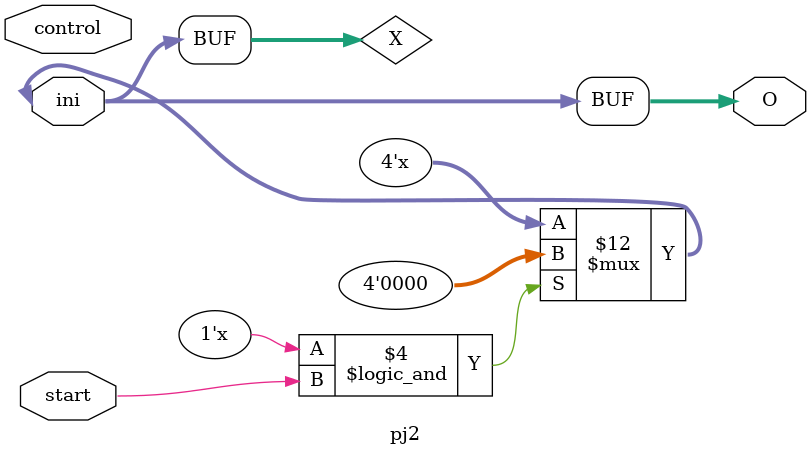
<source format=v>
module pj2(start, control, ini, O);
input start;
input control;
input [3:0] ini;
output[3:0] O;

reg [3:0] X;

assign X = ini;
always @(control) begin
if(X == 9 && start == 1)
 X <= 4'd0;
else if(X != 9 && start == 1)
 X <= X + 4'd1;
end 
assign O = X;

endmodule

</source>
